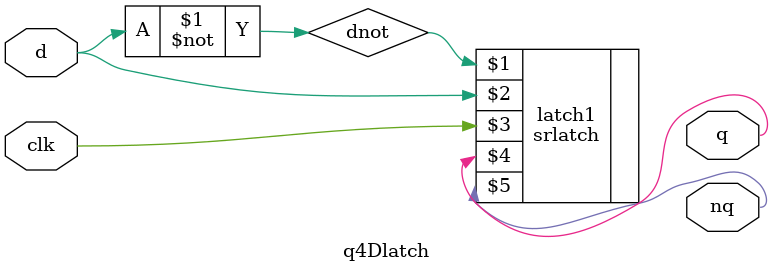
<source format=sv>
`timescale 1ns/1ns
module q4Dlatch (input d, clk, output q, nq);
    wire dnot, clknot;
    not #(7) notd(dnot, d);
    // not #(7) notclk(clknot, clk);
    // nand #(7) firstQ(qin, d, clknot);
    // nand #(7) firstNQ(nqin, dnot, clknot);
    // nand #(7) secondQ(q, nq, qin);
    // nand #(7) secondNQ(nq, q, nqin);

    srlatch latch1(dnot, d, clk, q, nq);
endmodule
</source>
